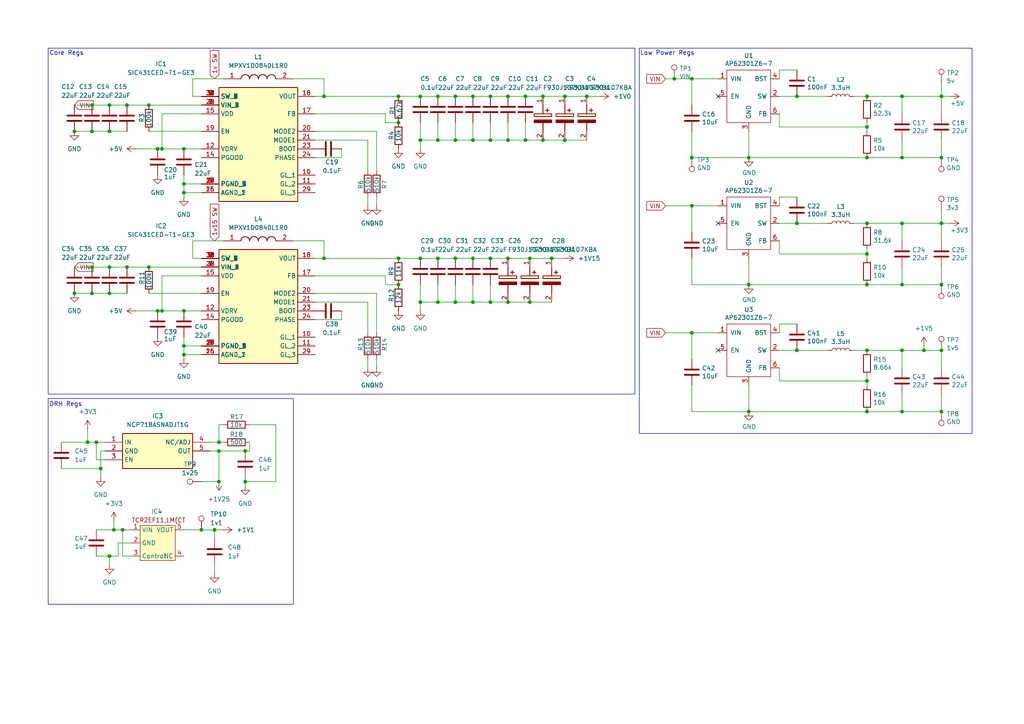
<source format=kicad_sch>
(kicad_sch (version 20250114) (generator "eeschema") (generator_version "9.0")
  (paper "A4")
  (rectangle (start 13.97 115.57) (end 85.09 175.26))
  (rectangle (start 13.97 13.97) (end 184.15 114.3))
  (rectangle (start 185.42 13.97) (end 281.94 125.73))
  (text "Core Regs" (at 19.304 15.494 0) (effects (font (size 1.27 1.27))))
  (text "Low Power Regs" (at 193.548 15.494 0) (effects (font (size 1.27 1.27))))
  (text "DRH Regs" (at 19.05 117.348 0) (effects (font (size 1.27 1.27))))
  (junction (at 200.66 59.69))
  (junction (at 251.46 73.66))
  (junction (at 29.21 135.89))
  (junction (at 121.92 74.93))
  (junction (at 33.02 153.67))
  (junction (at 35.56 153.67))
  (junction (at 142.24 27.94))
  (junction (at 46.99 90.17))
  (junction (at 163.83 40.64))
  (junction (at 127 74.93))
  (junction (at 71.12 139.7))
  (junction (at 251.46 82.55))
  (junction (at 115.57 27.94))
  (junction (at 261.62 27.94))
  (junction (at 43.18 77.47))
  (junction (at 31.75 30.48))
  (junction (at 26.67 38.1))
  (junction (at 36.83 77.47))
  (junction (at 231.14 64.77))
  (junction (at 63.5 130.81))
  (junction (at 273.05 101.6))
  (junction (at 53.34 43.18))
  (junction (at 157.48 27.94))
  (junction (at 142.24 87.63))
  (junction (at 21.59 38.1))
  (junction (at 147.32 40.64))
  (junction (at 53.34 90.17))
  (junction (at 200.66 22.86))
  (junction (at 261.62 101.6))
  (junction (at 195.58 22.86))
  (junction (at 251.46 36.83))
  (junction (at 231.14 101.6))
  (junction (at 21.59 85.09))
  (junction (at 142.24 40.64))
  (junction (at 152.4 40.64))
  (junction (at 115.57 74.93))
  (junction (at 121.92 40.64))
  (junction (at 251.46 101.6))
  (junction (at 127 27.94))
  (junction (at 127 87.63))
  (junction (at 27.94 128.27))
  (junction (at 160.02 74.93))
  (junction (at 53.34 55.88))
  (junction (at 53.34 102.87))
  (junction (at 273.05 64.77))
  (junction (at 153.67 74.93))
  (junction (at 25.4 128.27))
  (junction (at 261.62 64.77))
  (junction (at 170.18 27.94))
  (junction (at 273.05 119.38))
  (junction (at 31.75 38.1))
  (junction (at 127 40.64))
  (junction (at 147.32 87.63))
  (junction (at 251.46 45.72))
  (junction (at 132.08 74.93))
  (junction (at 137.16 27.94))
  (junction (at 261.62 119.38))
  (junction (at 152.4 27.94))
  (junction (at 261.62 82.55))
  (junction (at 93.98 74.93))
  (junction (at 46.99 43.18))
  (junction (at 231.14 27.94))
  (junction (at 62.23 153.67))
  (junction (at 273.05 82.55))
  (junction (at 273.05 27.94))
  (junction (at 147.32 74.93))
  (junction (at 26.67 30.48))
  (junction (at 273.05 45.72))
  (junction (at 115.57 82.55))
  (junction (at 63.5 139.7))
  (junction (at 121.92 87.63))
  (junction (at 36.83 30.48))
  (junction (at 251.46 64.77))
  (junction (at 43.18 30.48))
  (junction (at 137.16 87.63))
  (junction (at 45.72 43.18))
  (junction (at 163.83 27.94))
  (junction (at 137.16 74.93))
  (junction (at 45.72 90.17))
  (junction (at 132.08 27.94))
  (junction (at 63.5 128.27))
  (junction (at 251.46 27.94))
  (junction (at 26.67 85.09))
  (junction (at 157.48 40.64))
  (junction (at 132.08 40.64))
  (junction (at 115.57 35.56))
  (junction (at 217.17 45.72))
  (junction (at 261.62 45.72))
  (junction (at 53.34 53.34))
  (junction (at 132.08 87.63))
  (junction (at 26.67 77.47))
  (junction (at 200.66 45.72))
  (junction (at 137.16 40.64))
  (junction (at 31.75 85.09))
  (junction (at 251.46 119.38))
  (junction (at 251.46 110.49))
  (junction (at 31.75 77.47))
  (junction (at 142.24 74.93))
  (junction (at 147.32 27.94))
  (junction (at 267.97 101.6))
  (junction (at 53.34 100.33))
  (junction (at 121.92 27.94))
  (junction (at 58.42 153.67))
  (junction (at 71.12 130.81))
  (junction (at 200.66 96.52))
  (junction (at 31.75 161.29))
  (junction (at 153.67 87.63))
  (junction (at 217.17 119.38))
  (junction (at 217.17 82.55))
  (junction (at 93.98 27.94))
  (no_connect (at 208.28 64.77))
  (no_connect (at 208.28 101.6))
  (no_connect (at 208.28 27.94))
  (wire (pts (xy 200.66 59.69) (xy 200.66 67.31)))
  (wire (pts (xy 193.04 59.69) (xy 200.66 59.69)))
  (wire (pts (xy 58.42 55.88) (xy 53.34 55.88)))
  (wire (pts (xy 62.23 153.67) (xy 64.77 153.67)))
  (wire (pts (xy 261.62 64.77) (xy 273.05 64.77)))
  (wire (pts (xy 137.16 82.55) (xy 137.16 87.63)))
  (wire (pts (xy 21.59 85.09) (xy 26.67 85.09)))
  (wire (pts (xy 142.24 82.55) (xy 142.24 87.63)))
  (wire (pts (xy 31.75 161.29) (xy 34.29 161.29)))
  (wire (pts (xy 147.32 27.94) (xy 152.4 27.94)))
  (wire (pts (xy 27.94 153.67) (xy 33.02 153.67)))
  (wire (pts (xy 247.65 64.77) (xy 251.46 64.77)))
  (wire (pts (xy 273.05 24.13) (xy 273.05 27.94)))
  (wire (pts (xy 132.08 74.93) (xy 137.16 74.93)))
  (wire (pts (xy 31.75 38.1) (xy 36.83 38.1)))
  (wire (pts (xy 142.24 40.64) (xy 147.32 40.64)))
  (wire (pts (xy 91.44 80.01) (xy 111.76 80.01)))
  (wire (pts (xy 231.14 20.32) (xy 226.06 20.32)))
  (wire (pts (xy 251.46 36.83) (xy 251.46 38.1)))
  (wire (pts (xy 152.4 35.56) (xy 152.4 40.64)))
  (wire (pts (xy 109.22 85.09) (xy 109.22 96.52)))
  (wire (pts (xy 251.46 119.38) (xy 217.17 119.38)))
  (wire (pts (xy 63.5 130.81) (xy 63.5 139.7)))
  (wire (pts (xy 93.98 74.93) (xy 115.57 74.93)))
  (wire (pts (xy 43.18 38.1) (xy 58.42 38.1)))
  (wire (pts (xy 200.66 82.55) (xy 200.66 74.93)))
  (wire (pts (xy 62.23 156.21) (xy 62.23 153.67)))
  (wire (pts (xy 91.44 87.63) (xy 106.68 87.63)))
  (wire (pts (xy 121.92 90.17) (xy 121.92 87.63)))
  (wire (pts (xy 46.99 90.17) (xy 53.34 90.17)))
  (wire (pts (xy 121.92 74.93) (xy 127 74.93)))
  (wire (pts (xy 29.21 135.89) (xy 17.78 135.89)))
  (wire (pts (xy 251.46 35.56) (xy 251.46 36.83)))
  (wire (pts (xy 106.68 57.15) (xy 106.68 59.69)))
  (wire (pts (xy 72.39 128.27) (xy 72.39 130.81)))
  (wire (pts (xy 63.5 128.27) (xy 64.77 128.27)))
  (wire (pts (xy 72.39 123.19) (xy 80.01 123.19)))
  (wire (pts (xy 273.05 82.55) (xy 273.05 77.47)))
  (wire (pts (xy 142.24 35.56) (xy 142.24 40.64)))
  (wire (pts (xy 251.46 82.55) (xy 217.17 82.55)))
  (wire (pts (xy 71.12 130.81) (xy 72.39 130.81)))
  (wire (pts (xy 30.48 130.81) (xy 29.21 130.81)))
  (wire (pts (xy 160.02 74.93) (xy 163.83 74.93)))
  (wire (pts (xy 261.62 119.38) (xy 273.05 119.38)))
  (wire (pts (xy 226.06 20.32) (xy 226.06 22.86)))
  (wire (pts (xy 261.62 106.68) (xy 261.62 101.6)))
  (wire (pts (xy 80.01 139.7) (xy 71.12 139.7)))
  (wire (pts (xy 63.5 130.81) (xy 71.12 130.81)))
  (wire (pts (xy 53.34 100.33) (xy 58.42 100.33)))
  (wire (pts (xy 34.29 157.48) (xy 38.1 157.48)))
  (wire (pts (xy 111.76 80.01) (xy 111.76 82.55)))
  (wire (pts (xy 261.62 40.64) (xy 261.62 45.72)))
  (wire (pts (xy 93.98 22.86) (xy 93.98 27.94)))
  (wire (pts (xy 226.06 73.66) (xy 226.06 69.85)))
  (wire (pts (xy 247.65 27.94) (xy 251.46 27.94)))
  (wire (pts (xy 55.88 74.93) (xy 55.88 69.85)))
  (wire (pts (xy 53.34 102.87) (xy 53.34 100.33)))
  (wire (pts (xy 153.67 74.93) (xy 147.32 74.93)))
  (wire (pts (xy 53.34 102.87) (xy 53.34 104.14)))
  (wire (pts (xy 109.22 38.1) (xy 109.22 49.53)))
  (wire (pts (xy 109.22 104.14) (xy 109.22 106.68)))
  (wire (pts (xy 29.21 130.81) (xy 29.21 135.89)))
  (wire (pts (xy 132.08 27.94) (xy 137.16 27.94)))
  (wire (pts (xy 121.92 82.55) (xy 121.92 87.63)))
  (wire (pts (xy 153.67 87.63) (xy 160.02 87.63)))
  (wire (pts (xy 21.59 77.47) (xy 26.67 77.47)))
  (wire (pts (xy 226.06 36.83) (xy 226.06 33.02)))
  (wire (pts (xy 36.83 30.48) (xy 43.18 30.48)))
  (wire (pts (xy 170.18 27.94) (xy 173.99 27.94)))
  (wire (pts (xy 251.46 110.49) (xy 226.06 110.49)))
  (wire (pts (xy 121.92 40.64) (xy 127 40.64)))
  (wire (pts (xy 55.88 27.94) (xy 55.88 22.86)))
  (wire (pts (xy 80.01 123.19) (xy 80.01 139.7)))
  (wire (pts (xy 33.02 151.13) (xy 33.02 153.67)))
  (wire (pts (xy 53.34 43.18) (xy 58.42 43.18)))
  (wire (pts (xy 85.09 69.85) (xy 93.98 69.85)))
  (wire (pts (xy 111.76 33.02) (xy 111.76 35.56)))
  (wire (pts (xy 261.62 101.6) (xy 267.97 101.6)))
  (wire (pts (xy 30.48 133.35) (xy 27.94 133.35)))
  (wire (pts (xy 33.02 153.67) (xy 35.56 153.67)))
  (wire (pts (xy 251.46 36.83) (xy 226.06 36.83)))
  (wire (pts (xy 46.99 80.01) (xy 46.99 90.17)))
  (wire (pts (xy 251.46 27.94) (xy 261.62 27.94)))
  (wire (pts (xy 273.05 64.77) (xy 275.59 64.77)))
  (wire (pts (xy 200.66 96.52) (xy 200.66 104.14)))
  (wire (pts (xy 53.34 53.34) (xy 58.42 53.34)))
  (wire (pts (xy 91.44 85.09) (xy 109.22 85.09)))
  (wire (pts (xy 231.14 101.6) (xy 240.03 101.6)))
  (wire (pts (xy 142.24 87.63) (xy 147.32 87.63)))
  (wire (pts (xy 226.06 27.94) (xy 231.14 27.94)))
  (wire (pts (xy 231.14 93.98) (xy 226.06 93.98)))
  (wire (pts (xy 93.98 69.85) (xy 93.98 74.93)))
  (wire (pts (xy 29.21 135.89) (xy 29.21 138.43)))
  (wire (pts (xy 45.72 90.17) (xy 46.99 90.17)))
  (wire (pts (xy 27.94 161.29) (xy 31.75 161.29)))
  (wire (pts (xy 251.46 109.22) (xy 251.46 110.49)))
  (wire (pts (xy 137.16 27.94) (xy 142.24 27.94)))
  (wire (pts (xy 267.97 101.6) (xy 273.05 101.6)))
  (wire (pts (xy 153.67 74.93) (xy 160.02 74.93)))
  (wire (pts (xy 231.14 64.77) (xy 240.03 64.77)))
  (wire (pts (xy 200.66 22.86) (xy 200.66 30.48)))
  (wire (pts (xy 121.92 27.94) (xy 127 27.94)))
  (wire (pts (xy 261.62 33.02) (xy 261.62 27.94)))
  (wire (pts (xy 273.05 101.6) (xy 273.05 106.68)))
  (wire (pts (xy 91.44 40.64) (xy 106.68 40.64)))
  (wire (pts (xy 43.18 77.47) (xy 58.42 77.47)))
  (wire (pts (xy 251.46 82.55) (xy 261.62 82.55)))
  (wire (pts (xy 127 27.94) (xy 132.08 27.94)))
  (wire (pts (xy 55.88 69.85) (xy 64.77 69.85)))
  (wire (pts (xy 106.68 87.63) (xy 106.68 96.52)))
  (wire (pts (xy 26.67 38.1) (xy 31.75 38.1)))
  (wire (pts (xy 60.96 130.81) (xy 63.5 130.81)))
  (wire (pts (xy 53.34 97.79) (xy 53.34 100.33)))
  (wire (pts (xy 193.04 96.52) (xy 200.66 96.52)))
  (wire (pts (xy 261.62 27.94) (xy 273.05 27.94)))
  (wire (pts (xy 121.92 43.18) (xy 121.92 40.64)))
  (wire (pts (xy 137.16 40.64) (xy 142.24 40.64)))
  (wire (pts (xy 17.78 128.27) (xy 25.4 128.27)))
  (wire (pts (xy 27.94 133.35) (xy 27.94 128.27)))
  (wire (pts (xy 26.67 30.48) (xy 31.75 30.48)))
  (wire (pts (xy 142.24 27.94) (xy 147.32 27.94)))
  (wire (pts (xy 121.92 35.56) (xy 121.92 40.64)))
  (wire (pts (xy 217.17 119.38) (xy 217.17 111.76)))
  (wire (pts (xy 58.42 153.67) (xy 62.23 153.67)))
  (wire (pts (xy 163.83 40.64) (xy 170.18 40.64)))
  (wire (pts (xy 251.46 45.72) (xy 217.17 45.72)))
  (wire (pts (xy 62.23 163.83) (xy 62.23 166.37)))
  (wire (pts (xy 93.98 27.94) (xy 91.44 27.94)))
  (wire (pts (xy 200.66 119.38) (xy 217.17 119.38)))
  (wire (pts (xy 36.83 77.47) (xy 43.18 77.47)))
  (wire (pts (xy 39.37 90.17) (xy 45.72 90.17)))
  (wire (pts (xy 208.28 59.69) (xy 200.66 59.69)))
  (wire (pts (xy 147.32 35.56) (xy 147.32 40.64)))
  (wire (pts (xy 273.05 27.94) (xy 275.59 27.94)))
  (wire (pts (xy 99.06 45.72) (xy 99.06 43.18)))
  (wire (pts (xy 53.34 90.17) (xy 58.42 90.17)))
  (wire (pts (xy 21.59 38.1) (xy 26.67 38.1)))
  (wire (pts (xy 193.04 22.86) (xy 195.58 22.86)))
  (wire (pts (xy 251.46 110.49) (xy 251.46 111.76)))
  (wire (pts (xy 43.18 30.48) (xy 58.42 30.48)))
  (wire (pts (xy 26.67 85.09) (xy 31.75 85.09)))
  (wire (pts (xy 38.1 161.29) (xy 35.56 161.29)))
  (wire (pts (xy 91.44 33.02) (xy 111.76 33.02)))
  (wire (pts (xy 273.05 27.94) (xy 273.05 33.02)))
  (wire (pts (xy 46.99 33.02) (xy 46.99 43.18)))
  (wire (pts (xy 200.66 22.86) (xy 208.28 22.86)))
  (wire (pts (xy 200.66 45.72) (xy 217.17 45.72)))
  (wire (pts (xy 251.46 119.38) (xy 261.62 119.38)))
  (wire (pts (xy 251.46 101.6) (xy 261.62 101.6)))
  (wire (pts (xy 152.4 27.94) (xy 157.48 27.94)))
  (wire (pts (xy 39.37 43.18) (xy 45.72 43.18)))
  (wire (pts (xy 137.16 87.63) (xy 142.24 87.63)))
  (wire (pts (xy 91.44 92.71) (xy 99.06 92.71)))
  (wire (pts (xy 127 82.55) (xy 127 87.63)))
  (wire (pts (xy 127 87.63) (xy 132.08 87.63)))
  (wire (pts (xy 71.12 138.43) (xy 71.12 139.7)))
  (wire (pts (xy 109.22 57.15) (xy 109.22 59.69)))
  (wire (pts (xy 46.99 43.18) (xy 53.34 43.18)))
  (wire (pts (xy 106.68 40.64) (xy 106.68 49.53)))
  (wire (pts (xy 267.97 100.33) (xy 267.97 101.6)))
  (wire (pts (xy 91.44 38.1) (xy 109.22 38.1)))
  (wire (pts (xy 251.46 73.66) (xy 251.46 74.93)))
  (wire (pts (xy 226.06 101.6) (xy 231.14 101.6)))
  (wire (pts (xy 261.62 114.3) (xy 261.62 119.38)))
  (wire (pts (xy 132.08 87.63) (xy 137.16 87.63)))
  (wire (pts (xy 53.34 153.67) (xy 58.42 153.67)))
  (wire (pts (xy 231.14 27.94) (xy 240.03 27.94)))
  (wire (pts (xy 53.34 50.8) (xy 53.34 53.34)))
  (wire (pts (xy 147.32 40.64) (xy 152.4 40.64)))
  (wire (pts (xy 71.12 139.7) (xy 71.12 140.97)))
  (wire (pts (xy 226.06 64.77) (xy 231.14 64.77)))
  (wire (pts (xy 251.46 45.72) (xy 261.62 45.72)))
  (wire (pts (xy 132.08 82.55) (xy 132.08 87.63)))
  (wire (pts (xy 208.28 96.52) (xy 200.66 96.52)))
  (wire (pts (xy 247.65 101.6) (xy 251.46 101.6)))
  (wire (pts (xy 200.66 82.55) (xy 217.17 82.55)))
  (wire (pts (xy 137.16 35.56) (xy 137.16 40.64)))
  (wire (pts (xy 43.18 85.09) (xy 58.42 85.09)))
  (wire (pts (xy 115.57 74.93) (xy 121.92 74.93)))
  (wire (pts (xy 200.66 45.72) (xy 200.66 38.1)))
  (wire (pts (xy 261.62 77.47) (xy 261.62 82.55)))
  (wire (pts (xy 91.44 45.72) (xy 99.06 45.72)))
  (wire (pts (xy 127 40.64) (xy 132.08 40.64)))
  (wire (pts (xy 217.17 82.55) (xy 217.17 74.93)))
  (wire (pts (xy 163.83 27.94) (xy 170.18 27.94)))
  (wire (pts (xy 63.5 123.19) (xy 64.77 123.19)))
  (wire (pts (xy 226.06 110.49) (xy 226.06 106.68)))
  (wire (pts (xy 142.24 74.93) (xy 147.32 74.93)))
  (wire (pts (xy 25.4 128.27) (xy 27.94 128.27)))
  (wire (pts (xy 63.5 128.27) (xy 60.96 128.27)))
  (wire (pts (xy 45.72 43.18) (xy 46.99 43.18)))
  (wire (pts (xy 137.16 74.93) (xy 142.24 74.93)))
  (wire (pts (xy 53.34 55.88) (xy 53.34 57.15)))
  (wire (pts (xy 55.88 27.94) (xy 58.42 27.94)))
  (wire (pts (xy 106.68 104.14) (xy 106.68 106.68)))
  (wire (pts (xy 93.98 74.93) (xy 91.44 74.93)))
  (wire (pts (xy 273.05 64.77) (xy 273.05 69.85)))
  (wire (pts (xy 31.75 77.47) (xy 36.83 77.47)))
  (wire (pts (xy 111.76 35.56) (xy 115.57 35.56)))
  (wire (pts (xy 157.48 27.94) (xy 163.83 27.94)))
  (wire (pts (xy 251.46 72.39) (xy 251.46 73.66)))
  (wire (pts (xy 115.57 27.94) (xy 121.92 27.94)))
  (wire (pts (xy 34.29 161.29) (xy 34.29 157.48)))
  (wire (pts (xy 226.06 57.15) (xy 226.06 59.69)))
  (wire (pts (xy 85.09 22.86) (xy 93.98 22.86)))
  (wire (pts (xy 25.4 124.46) (xy 25.4 128.27)))
  (wire (pts (xy 261.62 45.72) (xy 273.05 45.72)))
  (wire (pts (xy 55.88 22.86) (xy 64.77 22.86)))
  (wire (pts (xy 226.06 93.98) (xy 226.06 96.52)))
  (wire (pts (xy 127 74.93) (xy 132.08 74.93)))
  (wire (pts (xy 58.42 33.02) (xy 46.99 33.02)))
  (wire (pts (xy 26.67 77.47) (xy 31.75 77.47)))
  (wire (pts (xy 93.98 27.94) (xy 115.57 27.94)))
  (wire (pts (xy 35.56 153.67) (xy 38.1 153.67)))
  (wire (pts (xy 27.94 128.27) (xy 30.48 128.27)))
  (wire (pts (xy 261.62 82.55) (xy 273.05 82.55)))
  (wire (pts (xy 261.62 69.85) (xy 261.62 64.77)))
  (wire (pts (xy 58.42 139.7) (xy 63.5 139.7)))
  (wire (pts (xy 31.75 30.48) (xy 36.83 30.48)))
  (wire (pts (xy 273.05 119.38) (xy 273.05 114.3)))
  (wire (pts (xy 31.75 85.09) (xy 36.83 85.09)))
  (wire (pts (xy 152.4 40.64) (xy 157.48 40.64)))
  (wire (pts (xy 63.5 123.19) (xy 63.5 128.27)))
  (wire (pts (xy 31.75 163.83) (xy 31.75 161.29)))
  (wire (pts (xy 231.14 57.15) (xy 226.06 57.15)))
  (wire (pts (xy 55.88 74.93) (xy 58.42 74.93)))
  (wire (pts (xy 251.46 64.77) (xy 261.62 64.77)))
  (wire (pts (xy 195.58 22.86) (xy 200.66 22.86)))
  (wire (pts (xy 273.05 60.96) (xy 273.05 64.77)))
  (wire (pts (xy 53.34 55.88) (xy 53.34 53.34)))
  (wire (pts (xy 35.56 161.29) (xy 35.56 153.67)))
  (wire (pts (xy 200.66 119.38) (xy 200.66 111.76)))
  (wire (pts (xy 217.17 45.72) (xy 217.17 38.1)))
  (wire (pts (xy 58.42 80.01) (xy 46.99 80.01)))
  (wire (pts (xy 111.76 82.55) (xy 115.57 82.55)))
  (wire (pts (xy 127 35.56) (xy 127 40.64)))
  (wire (pts (xy 273.05 45.72) (xy 273.05 40.64)))
  (wire (pts (xy 58.42 102.87) (xy 53.34 102.87)))
  (wire (pts (xy 132.08 40.64) (xy 137.16 40.64)))
  (wire (pts (xy 121.92 87.63) (xy 127 87.63)))
  (wire (pts (xy 251.46 73.66) (xy 226.06 73.66)))
  (wire (pts (xy 147.32 87.63) (xy 153.67 87.63)))
  (wire (pts (xy 99.06 92.71) (xy 99.06 90.17)))
  (wire (pts (xy 21.59 30.48) (xy 26.67 30.48)))
  (wire (pts (xy 132.08 35.56) (xy 132.08 40.64)))
  (wire (pts (xy 157.48 40.64) (xy 163.83 40.64)))
  (global_label "VIN" (shape input) (at 21.59 30.48 0) (property "Intersheetrefs" "${INTERSHEET_REFS}" (effects (hide yes))))
  (global_label "VIN" (shape input) (at 193.04 96.52 180) (property "Intersheetrefs" "${INTERSHEET_REFS}" (effects (hide yes))))
  (global_label "1v SW" (shape input) (at 62.23 22.86 90) (property "Intersheetrefs" "${INTERSHEET_REFS}" (effects (hide yes))))
  (global_label "VIN" (shape input) (at 21.59 77.47 0) (property "Intersheetrefs" "${INTERSHEET_REFS}" (effects (hide yes))))
  (global_label "VIN" (shape input) (at 193.04 59.69 180) (property "Intersheetrefs" "${INTERSHEET_REFS}" (effects (hide yes))))
  (global_label "1v15 SW" (shape input) (at 62.23 69.85 90) (property "Intersheetrefs" "${INTERSHEET_REFS}" (effects (hide yes))))
  (global_label "VIN" (shape input) (at 193.04 22.86 180) (property "Intersheetrefs" "${INTERSHEET_REFS}" (effects (hide yes))))
  (symbol (lib_id "PSU:AP62301Z6-7") (at 217.17 27.94 0) (unit 1)
    (property "Reference" "U1" (at 217.17 16.129 0))
    (property "Value" "AP62301Z6-7" (at 217.17 18.4404 0))
    (property "Footprint" "wiiu-reg:AP62301Z6-7" (effects (hide yes)))
  )
  (symbol (lib_id "PSU:AP62301Z6-7") (at 217.17 64.77 0) (unit 1)
    (property "Reference" "U2" (at 217.17 52.959 0))
    (property "Value" "AP62301Z6-7" (at 217.17 55.2704 0))
    (property "Footprint" "wiiu-reg:AP62301Z6-7" (effects (hide yes)))
  )
  (symbol (lib_id "Device:L") (at 243.84 64.77 90) (unit 1)
    (property "Reference" "L3" (at 243.84 59.944 90))
    (property "Value" "3.3uH" (at 243.84 62.2554 90))
    (property "Footprint" "wiiu-reg:INDM4847X300N" (effects (hide yes)))
  )
  (symbol (lib_id "PSU:AP62301Z6-7") (at 217.17 101.6 0) (unit 1)
    (property "Reference" "U3" (at 217.17 89.789 0))
    (property "Value" "AP62301Z6-7" (at 217.17 92.1004 0))
    (property "Footprint" "wiiu-reg:AP62301Z6-7" (effects (hide yes)))
  )
  (symbol (lib_id "Device:L") (at 243.84 101.6 90) (unit 1)
    (property "Reference" "L5" (at 243.84 96.774 90))
    (property "Value" "3.3uH" (at 243.84 99.0854 90))
    (property "Footprint" "wiiu-reg:INDM4847X300N" (effects (hide yes)))
  )
  (symbol (lib_id "Connector:TestPoint") (at 195.58 22.86 0) (unit 1)
    (property "Reference" "TP1" (at 197.0532 19.8628 0) (effects (justify left)))
    (property "Value" "VIN" (at 197.0532 22.1742 0) (effects (justify left)))
    (property "Footprint" "TestPoint:TestPoint_Pad_2.0x2.0mm" (effects (hide yes)))
  )
  (symbol (lib_id "Connector:TestPoint") (at 273.05 24.13 0) (unit 1)
    (property "Reference" "TP2" (at 274.5232 21.1328 0) (effects (justify left)))
    (property "Value" "5v" (at 274.5232 23.4442 0) (effects (justify left)))
    (property "Footprint" "TestPoint:TestPoint_Pad_2.0x2.0mm" (effects (hide yes)))
  )
  (symbol (lib_id "Connector:TestPoint") (at 273.05 45.72 180) (unit 1)
    (property "Reference" "TP4" (at 274.5232 46.3804 0) (effects (justify right)))
    (property "Value" "GND" (at 274.5232 48.6918 0) (effects (justify right)))
    (property "Footprint" "TestPoint:TestPoint_Pad_2.0x2.0mm" (effects (hide yes)))
  )
  (symbol (lib_id "Connector:TestPoint") (at 273.05 60.96 0) (unit 1)
    (property "Reference" "TP5" (at 274.5232 57.9628 0) (effects (justify left)))
    (property "Value" "3v3" (at 274.5232 60.2742 0) (effects (justify left)))
    (property "Footprint" "TestPoint:TestPoint_Pad_2.0x2.0mm" (effects (hide yes)))
  )
  (symbol (lib_id "Connector:TestPoint") (at 273.05 82.55 180) (unit 1)
    (property "Reference" "TP6" (at 274.5232 83.2104 0) (effects (justify right)))
    (property "Value" "GND" (at 274.5232 85.5218 0) (effects (justify right)))
    (property "Footprint" "TestPoint:TestPoint_Pad_2.0x2.0mm" (effects (hide yes)))
  )
  (symbol (lib_id "Connector:TestPoint") (at 273.05 101.6 0) (unit 1)
    (property "Reference" "TP7" (at 274.5232 98.6028 0) (effects (justify left)))
    (property "Value" "1v5" (at 274.5232 100.9142 0) (effects (justify left)))
    (property "Footprint" "TestPoint:TestPoint_Pad_2.0x2.0mm" (effects (hide yes)))
  )
  (symbol (lib_id "Connector:TestPoint") (at 273.05 119.38 180) (unit 1)
    (property "Reference" "TP8" (at 274.5232 120.0404 0) (effects (justify right)))
    (property "Value" "GND" (at 274.5232 122.3518 0) (effects (justify right)))
    (property "Footprint" "TestPoint:TestPoint_Pad_2.0x2.0mm" (effects (hide yes)))
  )
  (symbol (lib_id "Connector:TestPoint") (at 200.66 45.72 180) (unit 1)
    (property "Reference" "TP3" (at 202.1332 46.3804 0) (effects (justify right)))
    (property "Value" "GND" (at 202.1332 48.6918 0) (effects (justify right)))
    (property "Footprint" "TestPoint:TestPoint_Pad_2.0x2.0mm" (effects (hide yes)))
  )
  (symbol (lib_id "Device:C") (at 231.14 24.13 0) (unit 1)
    (property "Reference" "C1" (at 234.061 22.9616 0) (effects (justify left)))
    (property "Value" "100nF" (at 234.061 25.273 0) (effects (justify left)))
    (property "Footprint" "Capacitor_SMD:C_0402_1005Metric" (effects (hide yes)))
  )
  (symbol (lib_id "Device:C") (at 31.75 34.29 0) (unit 1)
    (property "Reference" "C14" (at 27.94 25.146 0) (effects (justify left)))
    (property "Value" "22uF" (at 27.94 27.686 0) (effects (justify left)))
    (property "Footprint" "Capacitor_SMD:C_0603_1608Metric" (effects (hide yes)))
    (property "Description" "Unpolarized capacitor" (effects (hide yes)))
  )
  (symbol (lib_id "power:+5V") (at 275.59 27.94 270) (unit 1)
    (property "Reference" "#PWR01" (effects (hide yes)))
    (property "Value" "+5V" (at 275.59 29.972 90) (effects (justify left)))
    (property "Description" "Power symbol creates a global label with name \"+5V\"" (effects (hide yes)))
  )
  (symbol (lib_id "power:+1V0") (at 173.99 27.94 270) (unit 1)
    (property "Reference" "#PWR029" (effects (hide yes)))
    (property "Value" "+1V0" (at 177.8 27.9399 90) (effects (justify left)))
    (property "Description" "Power symbol creates a global label with name \"+1V0\"" (effects (hide yes)))
  )
  (symbol (lib_id "Device:C") (at 261.62 73.66 0) (unit 1)
    (property "Reference" "C24" (at 264.541 72.4916 0) (effects (justify left)))
    (property "Value" "22uF" (at 264.541 74.803 0) (effects (justify left)))
    (property "Footprint" "Capacitor_SMD:C_0603_1608Metric" (effects (hide yes)))
  )
  (symbol (lib_id "Device:C") (at 132.08 78.74 0) (unit 1)
    (property "Reference" "C31" (at 132.08 69.85 0) (effects (justify left)))
    (property "Value" "22uF" (at 132.08 72.39 0) (effects (justify left)))
    (property "Footprint" "Capacitor_SMD:C_0603_1608Metric" (effects (hide yes)))
    (property "Description" "Unpolarized capacitor" (effects (hide yes)))
  )
  (symbol (lib_id "Device:R") (at 68.58 128.27 90) (unit 1)
    (property "Reference" "R18" (at 68.58 125.984 90))
    (property "Value" "500" (at 68.58 128.27 90))
    (property "Footprint" "Resistor_SMD:R_0402_1005Metric" (effects (hide yes)))
    (property "Description" "Resistor" (effects (hide yes)))
  )
  (symbol (lib_id "Device:C") (at 200.66 107.95 180) (unit 1)
    (property "Reference" "C42" (at 203.581 106.7816 0) (effects (justify right)))
    (property "Value" "10uF" (at 203.581 109.093 0) (effects (justify right)))
    (property "Footprint" "Capacitor_SMD:C_0805_2012Metric" (effects (hide yes)))
  )
  (symbol (lib_id "Device:C") (at 200.66 71.12 180) (unit 1)
    (property "Reference" "C23" (at 203.581 69.9516 0) (effects (justify right)))
    (property "Value" "10uF" (at 203.581 72.263 0) (effects (justify right)))
    (property "Footprint" "Capacitor_SMD:C_0805_2012Metric" (effects (hide yes)))
  )
  (symbol (lib_id "Device:C") (at 231.14 60.96 0) (unit 1)
    (property "Reference" "C22" (at 234.061 59.7916 0) (effects (justify left)))
    (property "Value" "100nF" (at 234.061 62.103 0) (effects (justify left)))
    (property "Footprint" "Capacitor_SMD:C_0402_1005Metric" (effects (hide yes)))
  )
  (symbol (lib_id "Device:C") (at 95.25 90.17 90) (unit 1)
    (property "Reference" "C38" (at 96.266 93.98 90))
    (property "Value" "0.1uF" (at 96.266 96.52 90))
    (property "Footprint" "Capacitor_SMD:C_0402_1005Metric" (effects (hide yes)))
    (property "Description" "Unpolarized capacitor" (effects (hide yes)))
  )
  (symbol (lib_id "power:+3V3") (at 275.59 64.77 270) (unit 1)
    (property "Reference" "#PWR011" (effects (hide yes)))
    (property "Value" "+3V3" (at 275.59 66.802 90) (effects (justify left)))
    (property "Description" "Power symbol creates a global label with name \"+3V3\"" (effects (hide yes)))
  )
  (symbol (lib_id "power:GND") (at 109.22 59.69 0) (unit 1)
    (property "Reference" "#PWR010" (effects (hide yes)))
    (property "Value" "GND" (at 109.22 64.77 0))
    (property "Description" "Power symbol creates a global label with name \"GND\" , ground" (effects (hide yes)))
  )
  (symbol (lib_id "power:GND") (at 53.34 104.14 0) (unit 1)
    (property "Reference" "#PWR018" (effects (hide yes)))
    (property "Value" "GND" (at 53.34 109.22 0))
    (property "Description" "Power symbol creates a global label with name \"GND\" , ground" (effects (hide yes)))
  )
  (symbol (lib_id "Device:C") (at 273.05 36.83 0) (unit 1)
    (property "Reference" "C18" (at 275.971 35.6616 0) (effects (justify left)))
    (property "Value" "22uF" (at 275.971 37.973 0) (effects (justify left)))
    (property "Footprint" "Capacitor_SMD:C_0603_1608Metric" (effects (hide yes)))
  )
  (symbol (lib_id "power:GND") (at 45.72 50.8 0) (unit 1)
    (property "Reference" "#PWR07" (effects (hide yes)))
    (property "Value" "GND" (at 45.72 55.88 0))
    (property "Description" "Power symbol creates a global label with name \"GND\" , ground" (effects (hide yes)))
  )
  (symbol (lib_id "Device:C") (at 95.25 43.18 90) (unit 1)
    (property "Reference" "C19" (at 96.266 46.99 90))
    (property "Value" "0.1uF" (at 96.266 49.53 90))
    (property "Footprint" "Capacitor_SMD:C_0402_1005Metric" (effects (hide yes)))
    (property "Description" "Unpolarized capacitor" (effects (hide yes)))
  )
  (symbol (lib_id "power:+1V5") (at 267.97 100.33 0) (unit 1)
    (property "Reference" "#PWR028" (effects (hide yes)))
    (property "Value" "+1V5" (at 267.97 95.25 0))
    (property "Description" "Power symbol creates a global label with name \"+1V5\"" (effects (hide yes)))
  )
  (symbol (lib_id "Device:C") (at 62.23 160.02 0) (unit 1)
    (property "Reference" "C48" (at 66.04 158.7499 0) (effects (justify left)))
    (property "Value" "1uF" (at 66.04 161.2899 0) (effects (justify left)))
    (property "Footprint" "Capacitor_SMD:C_0402_1005Metric" (effects (hide yes)))
    (property "Description" "Unpolarized capacitor" (effects (hide yes)))
  )
  (symbol (lib_id "Device:C") (at 200.66 34.29 180) (unit 1)
    (property "Reference" "C16" (at 203.581 33.1216 0) (effects (justify right)))
    (property "Value" "10uF" (at 203.581 35.433 0) (effects (justify right)))
    (property "Footprint" "Capacitor_SMD:C_0805_2012Metric" (effects (hide yes)))
  )
  (symbol (lib_name "SIC431CED-T1-GE3_1") (lib_id "wiiu-reg:SIC431CED-T1-GE3") (at 58.42 74.93 0) (unit 1)
    (property "Reference" "IC2" (at 46.736 65.532 0))
    (property "Value" "SIC431CED-T1-GE3" (at 46.736 68.072 0))
    (property "Footprint" "SIC431CEDT1GE3" (effects (hide yes)))
    (property "Datasheet" "https://www.vishay.com/docs/74589/sic431.pdf" (effects (hide yes)))
    (property "Description" "Switching Voltage Regulators microBUCK 4.5-55V; 20A" (effects (hide yes)))
    (property "Height" "0.8" (effects (hide yes)))
    (property "Mouser Part Number" "78-SIC431CED-T1-GE3" (effects (hide yes)))
    (property "Mouser Price/Stock" "https://www.mouser.co.uk/ProductDetail/Vishay-Siliconix/SIC431CED-T1-GE3?qs=w%2Fv1CP2dgqqOLTwelPFnAg%3D%3D" (effects (hide yes)))
    (property "Manufacturer_Name" "Vishay" (effects (hide yes)))
    (property "Manufacturer_Part_Number" "SIC431CED-T1-GE3" (effects (hide yes)))
  )
  (symbol (lib_id "Device:L") (at 243.84 27.94 90) (unit 1)
    (property "Reference" "L2" (at 243.84 23.114 90))
    (property "Value" "3.3uH" (at 243.84 25.4254 90))
    (property "Footprint" "wiiu-reg:INDM4847X300N" (effects (hide yes)))
  )
  (symbol (lib_id "wiiu-reg:F930J107KBA") (at 147.32 74.93 270) (unit 1)
    (property "Reference" "C26" (at 147.32 69.85 90) (effects (justify left)))
    (property "Value" "F930J107KBA" (at 147.32 72.39 90) (effects (justify left)))
    (property "Footprint" "wiiu-reg:F930J107KBA" (effects (hide yes)))
    (property "Datasheet" "http://datasheets.avx.com/F93.pdf" (effects (hide yes)))
    (property "Description" "AVX 100uF 6.3 V Tantalum Capacitor Electrolytic Solid F93 Series" (effects (hide yes)))
    (property "Height" "2.1" (effects (hide yes)))
    (property "Mouser Part Number" "647-F930J107KBA" (effects (hide yes)))
    (property "Mouser Price/Stock" "https://www.mouser.co.uk/ProductDetail/AVX/F930J107KBA/?qs=a5AWWN0nKwZJCzViS%2FKXGw%3D%3D" (effects (hide yes)))
    (property "Manufacturer_Name" "Kyocera AVX" (effects (hide yes)))
    (property "Manufacturer_Part_Number" "F930J107KBA" (effects (hide yes)))
  )
  (symbol (lib_id "Device:C") (at 45.72 93.98 0) (unit 1)
    (property "Reference" "C39" (at 47.498 96.266 0) (effects (justify left)))
    (property "Value" "1uF" (at 47.498 98.298 0) (effects (justify left)))
    (property "Footprint" "Capacitor_SMD:C_0402_1005Metric" (effects (hide yes)))
    (property "Description" "Unpolarized capacitor" (effects (hide yes)))
  )
  (symbol (lib_id "Device:R") (at 115.57 39.37 0) (unit 1)
    (property "Reference" "R4" (at 113.538 40.64 90) (effects (justify left)))
    (property "Value" "10k" (at 115.57 41.148 90) (effects (justify left)))
    (property "Footprint" "Resistor_SMD:R_0402_1005Metric" (effects (hide yes)))
    (property "Description" "Resistor" (effects (hide yes)))
  )
  (symbol (lib_id "Device:C") (at 36.83 34.29 0) (unit 1)
    (property "Reference" "C15" (at 33.02 25.146 0) (effects (justify left)))
    (property "Value" "22uF" (at 33.02 27.686 0) (effects (justify left)))
    (property "Footprint" "Capacitor_SMD:C_0603_1608Metric" (effects (hide yes)))
    (property "Description" "Unpolarized capacitor" (effects (hide yes)))
  )
  (symbol (lib_id "Device:C") (at 137.16 31.75 0) (unit 1)
    (property "Reference" "C8" (at 137.16 22.86 0) (effects (justify left)))
    (property "Value" "22uF" (at 137.16 25.4 0) (effects (justify left)))
    (property "Footprint" "Capacitor_SMD:C_0603_1608Metric" (effects (hide yes)))
    (property "Description" "Unpolarized capacitor" (effects (hide yes)))
  )
  (symbol (lib_id "Device:C") (at 127 31.75 0) (unit 1)
    (property "Reference" "C6" (at 127 22.86 0) (effects (justify left)))
    (property "Value" "22uF" (at 127 25.4 0) (effects (justify left)))
    (property "Footprint" "Capacitor_SMD:C_0603_1608Metric" (effects (hide yes)))
    (property "Description" "Unpolarized capacitor" (effects (hide yes)))
  )
  (symbol (lib_id "Device:R") (at 251.46 78.74 0) (unit 1)
    (property "Reference" "R10" (at 253.238 77.5716 0) (effects (justify left)))
    (property "Value" "10k" (at 253.238 79.883 0) (effects (justify left)))
    (property "Footprint" "Resistor_SMD:R_0402_1005Metric" (effects (hide yes)))
  )
  (symbol (lib_id "Device:C") (at 121.92 31.75 0) (unit 1)
    (property "Reference" "C5" (at 121.92 22.86 0) (effects (justify left)))
    (property "Value" "0.1uF" (at 121.92 25.4 0) (effects (justify left)))
    (property "Footprint" "Capacitor_SMD:C_0402_1005Metric" (effects (hide yes)))
    (property "Description" "Unpolarized capacitor" (effects (hide yes)))
  )
  (symbol (lib_id "Device:C") (at 121.92 78.74 0) (unit 1)
    (property "Reference" "C29" (at 121.92 69.85 0) (effects (justify left)))
    (property "Value" "0.1uF" (at 121.92 72.39 0) (effects (justify left)))
    (property "Footprint" "Capacitor_SMD:C_0402_1005Metric" (effects (hide yes)))
    (property "Description" "Unpolarized capacitor" (effects (hide yes)))
  )
  (symbol (lib_id "Device:C") (at 27.94 157.48 0) (unit 1)
    (property "Reference" "C47" (at 21.59 156.21 0) (effects (justify left)))
    (property "Value" "1uF" (at 21.59 158.496 0) (effects (justify left)))
    (property "Footprint" "Capacitor_SMD:C_0402_1005Metric" (effects (hide yes)))
    (property "Description" "Unpolarized capacitor" (effects (hide yes)))
  )
  (symbol (lib_id "Device:C") (at 132.08 31.75 0) (unit 1)
    (property "Reference" "C7" (at 132.08 22.86 0) (effects (justify left)))
    (property "Value" "22uF" (at 132.08 25.4 0) (effects (justify left)))
    (property "Footprint" "Capacitor_SMD:C_0603_1608Metric" (effects (hide yes)))
    (property "Description" "Unpolarized capacitor" (effects (hide yes)))
  )
  (symbol (lib_id "Device:R") (at 109.22 53.34 0) (unit 1)
    (property "Reference" "R7" (at 111.506 54.864 90) (effects (justify left)))
    (property "Value" "510k" (at 109.22 55.88 90) (effects (justify left)))
    (property "Footprint" "Resistor_SMD:R_0402_1005Metric" (effects (hide yes)))
    (property "Description" "Resistor" (effects (hide yes)))
  )
  (symbol (lib_id "Device:R") (at 106.68 100.33 0) (unit 1)
    (property "Reference" "R13" (at 104.648 101.854 90) (effects (justify left)))
    (property "Value" "510k" (at 106.68 102.87 90) (effects (justify left)))
    (property "Footprint" "Resistor_SMD:R_0402_1005Metric" (effects (hide yes)))
    (property "Description" "Resistor" (effects (hide yes)))
  )
  (symbol (lib_id "Device:C") (at 53.34 93.98 0) (unit 1)
    (property "Reference" "C40" (at 56.388 94.742 0) (effects (justify left)))
    (property "Value" "22uF" (at 56.388 97.282 0) (effects (justify left)))
    (property "Footprint" "Capacitor_SMD:C_0402_1005Metric" (effects (hide yes)))
    (property "Description" "Unpolarized capacitor" (effects (hide yes)))
  )
  (symbol (lib_id "Device:R") (at 251.46 115.57 0) (unit 1)
    (property "Reference" "R16" (at 253.238 114.4016 0) (effects (justify left)))
    (property "Value" "10k" (at 253.238 116.713 0) (effects (justify left)))
    (property "Footprint" "Resistor_SMD:R_0402_1005Metric" (effects (hide yes)))
  )
  (symbol (lib_id "power:GND") (at 121.92 43.18 0) (unit 1)
    (property "Reference" "#PWR05" (effects (hide yes)))
    (property "Value" "GND" (at 121.92 48.26 0))
    (property "Description" "Power symbol creates a global label with name \"GND\" , ground" (effects (hide yes)))
  )
  (symbol (lib_id "Device:C") (at 261.62 36.83 0) (unit 1)
    (property "Reference" "C17" (at 264.541 35.6616 0) (effects (justify left)))
    (property "Value" "22uF" (at 264.541 37.973 0) (effects (justify left)))
    (property "Footprint" "Capacitor_SMD:C_0603_1608Metric" (effects (hide yes)))
  )
  (symbol (lib_id "Device:R") (at 251.46 31.75 0) (unit 1)
    (property "Reference" "R2" (at 253.238 30.5816 0) (effects (justify left)))
    (property "Value" "52.3k" (at 253.238 32.893 0) (effects (justify left)))
    (property "Footprint" "Resistor_SMD:R_0402_1005Metric" (effects (hide yes)))
  )
  (symbol (lib_id "power:+5V") (at 39.37 90.17 90) (unit 1)
    (property "Reference" "#PWR014" (effects (hide yes)))
    (property "Value" "+5V" (at 35.56 90.1699 90) (effects (justify left)))
    (property "Description" "Power symbol creates a global label with name \"+5V\"" (effects (hide yes)))
  )
  (symbol (lib_id "power:+5V") (at 39.37 43.18 90) (unit 1)
    (property "Reference" "#PWR03" (effects (hide yes)))
    (property "Value" "+5V" (at 35.56 43.1799 90) (effects (justify left)))
    (property "Description" "Power symbol creates a global label with name \"+5V\"" (effects (hide yes)))
  )
  (symbol (lib_id "Device:C") (at 45.72 46.99 0) (unit 1)
    (property "Reference" "C20" (at 47.498 49.276 0) (effects (justify left)))
    (property "Value" "1uF" (at 47.498 51.308 0) (effects (justify left)))
    (property "Footprint" "Capacitor_SMD:C_0402_1005Metric" (effects (hide yes)))
    (property "Description" "Unpolarized capacitor" (effects (hide yes)))
  )
  (symbol (lib_id "Device:R") (at 109.22 100.33 0) (unit 1)
    (property "Reference" "R14" (at 111.506 101.854 90) (effects (justify left)))
    (property "Value" "510k" (at 109.22 102.87 90) (effects (justify left)))
    (property "Footprint" "Resistor_SMD:R_0402_1005Metric" (effects (hide yes)))
    (property "Description" "Resistor" (effects (hide yes)))
  )
  (symbol (lib_id "power:GND") (at 29.21 138.43 0) (unit 1)
    (property "Reference" "#PWR023" (effects (hide yes)))
    (property "Value" "GND" (at 29.21 143.51 0))
    (property "Description" "Power symbol creates a global label with name \"GND\" , ground" (effects (hide yes)))
  )
  (symbol (lib_id "power:GND") (at 106.68 59.69 0) (unit 1)
    (property "Reference" "#PWR09" (effects (hide yes)))
    (property "Value" "GND" (at 106.68 64.77 0))
    (property "Description" "Power symbol creates a global label with name \"GND\" , ground" (effects (hide yes)))
  )
  (symbol (lib_id "power:GND") (at 121.92 90.17 0) (unit 1)
    (property "Reference" "#PWR016" (effects (hide yes)))
    (property "Value" "GND" (at 121.92 95.25 0))
    (property "Description" "Power symbol creates a global label with name \"GND\" , ground" (effects (hide yes)))
  )
  (symbol (lib_id "wiiu-reg:SIC431CED-T1-GE3") (at 58.42 27.94 0) (unit 1)
    (property "Reference" "IC1" (at 46.736 18.542 0))
    (property "Value" "SIC431CED-T1-GE3" (at 46.736 21.082 0))
    (property "Footprint" "SIC431CEDT1GE3" (effects (hide yes)))
    (property "Datasheet" "https://www.vishay.com/docs/74589/sic431.pdf" (effects (hide yes)))
    (property "Description" "Switching Voltage Regulators microBUCK 4.5-55V; 20A" (effects (hide yes)))
    (property "Height" "0.8" (effects (hide yes)))
    (property "Mouser Part Number" "78-SIC431CED-T1-GE3" (effects (hide yes)))
    (property "Mouser Price/Stock" "https://www.mouser.co.uk/ProductDetail/Vishay-Siliconix/SIC431CED-T1-GE3?qs=w%2Fv1CP2dgqqOLTwelPFnAg%3D%3D" (effects (hide yes)))
    (property "Manufacturer_Name" "Vishay" (effects (hide yes)))
    (property "Manufacturer_Part_Number" "SIC431CED-T1-GE3" (effects (hide yes)))
  )
  (symbol (lib_id "wiiu-reg:F930J107KBA") (at 157.48 27.94 270) (unit 1)
    (property "Reference" "C2" (at 157.48 22.86 90) (effects (justify left)))
    (property "Value" "F930J107KBA" (at 157.48 25.4 90) (effects (justify left)))
    (property "Footprint" "wiiu-reg:F930J107KBA" (effects (hide yes)))
    (property "Datasheet" "http://datasheets.avx.com/F93.pdf" (effects (hide yes)))
    (property "Description" "AVX 100uF 6.3 V Tantalum Capacitor Electrolytic Solid F93 Series" (effects (hide yes)))
    (property "Height" "2.1" (effects (hide yes)))
    (property "Mouser Part Number" "647-F930J107KBA" (effects (hide yes)))
    (property "Mouser Price/Stock" "https://www.mouser.co.uk/ProductDetail/AVX/F930J107KBA/?qs=a5AWWN0nKwZJCzViS%2FKXGw%3D%3D" (effects (hide yes)))
    (property "Manufacturer_Name" "Kyocera AVX" (effects (hide yes)))
    (property "Manufacturer_Part_Number" "F930J107KBA" (effects (hide yes)))
  )
  (symbol (lib_id "Device:C") (at 53.34 46.99 0) (unit 1)
    (property "Reference" "C21" (at 56.388 47.752 0) (effects (justify left)))
    (property "Value" "22uF" (at 56.388 50.292 0) (effects (justify left)))
    (property "Footprint" "Capacitor_SMD:C_0402_1005Metric" (effects (hide yes)))
    (property "Description" "Unpolarized capacitor" (effects (hide yes)))
  )
  (symbol (lib_id "power:GND") (at 217.17 82.55 0) (unit 1)
    (property "Reference" "#PWR012" (effects (hide yes)))
    (property "Value" "GND" (at 217.297 86.9442 0))
  )
  (symbol (lib_id "wiiu-reg:MPXV1D0840L1R0") (at 64.77 22.86 0) (unit 1)
    (property "Reference" "L1" (at 74.93 16.51 0))
    (property "Value" "MPXV1D0840L1R0" (at 74.93 19.05 0))
    (property "Footprint" "wiiu-reg:MPXV1D0840L1R0" (effects (hide yes)))
    (property "Datasheet" "https://content.kemet.com/datasheets/KEM_L9013_MPXV.pdf" (effects (hide yes)))
    (property "Description" "KEMET, MPXV, Power, 1 uH, 20%, 155C, -55C, 0840(3431), 20.8 A, 4.2 mOhms, 40 MHz, 1000, 8.65mm, 8.9mm, 8mm, 8.2mm, 4mm, 4mm" (effects (hide yes)))
    (property "Height" "4" (effects (hide yes)))
    (property "Manufacturer_Name" "KEMET" (effects (hide yes)))
    (property "Manufacturer_Part_Number" "MPXV1D0840L1R0" (effects (hide yes)))
  )
  (symbol (lib_id "wiiu-reg:MPXV1D0840L1R0") (at 64.77 69.85 0) (unit 1)
    (property "Reference" "L4" (at 74.93 63.5 0))
    (property "Value" "MPXV1D0840L1R0" (at 74.93 66.04 0))
    (property "Footprint" "wiiu-reg:MPXV1D0840L1R0" (effects (hide yes)))
    (property "Datasheet" "https://content.kemet.com/datasheets/KEM_L9013_MPXV.pdf" (effects (hide yes)))
    (property "Description" "KEMET, MPXV, Power, 1 uH, 20%, 155C, -55C, 0840(3431), 20.8 A, 4.2 mOhms, 40 MHz, 1000, 8.65mm, 8.9mm, 8mm, 8.2mm, 4mm, 4mm" (effects (hide yes)))
    (property "Height" "4" (effects (hide yes)))
    (property "Manufacturer_Name" "KEMET" (effects (hide yes)))
    (property "Manufacturer_Part_Number" "MPXV1D0840L1R0" (effects (hide yes)))
  )
  (symbol (lib_id "power:GND") (at 62.23 166.37 0) (unit 1)
    (property "Reference" "#PWR027" (effects (hide yes)))
    (property "Value" "GND" (at 62.23 171.45 0))
    (property "Description" "Power symbol creates a global label with name \"GND\" , ground" (effects (hide yes)))
  )
  (symbol (lib_id "Device:C") (at 26.67 34.29 0) (unit 1)
    (property "Reference" "C13" (at 22.86 25.146 0) (effects (justify left)))
    (property "Value" "22uF" (at 22.86 27.686 0) (effects (justify left)))
    (property "Footprint" "Capacitor_SMD:C_0603_1608Metric" (effects (hide yes)))
    (property "Description" "Unpolarized capacitor" (effects (hide yes)))
  )
  (symbol (lib_id "Device:R") (at 251.46 105.41 0) (unit 1)
    (property "Reference" "R15" (at 253.238 104.2416 0) (effects (justify left)))
    (property "Value" "8.66k" (at 253.238 106.553 0) (effects (justify left)))
    (property "Footprint" "Resistor_SMD:R_0402_1005Metric" (effects (hide yes)))
  )
  (symbol (lib_id "Device:C") (at 273.05 110.49 0) (unit 1)
    (property "Reference" "C44" (at 275.971 109.3216 0) (effects (justify left)))
    (property "Value" "22uF" (at 275.971 111.633 0) (effects (justify left)))
    (property "Footprint" "Capacitor_SMD:C_0603_1608Metric" (effects (hide yes)))
  )
  (symbol (lib_id "Device:R") (at 106.68 53.34 0) (unit 1)
    (property "Reference" "R6" (at 104.648 54.864 90) (effects (justify left)))
    (property "Value" "510k" (at 106.68 55.88 90) (effects (justify left)))
    (property "Footprint" "Resistor_SMD:R_0402_1005Metric" (effects (hide yes)))
    (property "Description" "Resistor" (effects (hide yes)))
  )
  (symbol (lib_id "Device:R") (at 251.46 68.58 0) (unit 1)
    (property "Reference" "R8" (at 253.238 67.4116 0) (effects (justify left)))
    (property "Value" "31.6k" (at 253.238 69.723 0) (effects (justify left)))
    (property "Footprint" "Resistor_SMD:R_0402_1005Metric" (effects (hide yes)))
  )
  (symbol (lib_id "Device:C") (at 21.59 81.28 0) (unit 1)
    (property "Reference" "C34" (at 17.78 72.136 0) (effects (justify left)))
    (property "Value" "22uF" (at 17.78 74.676 0) (effects (justify left)))
    (property "Footprint" "Capacitor_SMD:C_0603_1608Metric" (effects (hide yes)))
    (property "Description" "Unpolarized capacitor" (effects (hide yes)))
  )
  (symbol (lib_id "wiiu-reg:F930J107KBA") (at 170.18 27.94 270) (unit 1)
    (property "Reference" "C4" (at 170.18 22.86 90) (effects (justify left)))
    (property "Value" "F930J107KBA" (at 170.18 25.4 90) (effects (justify left)))
    (property "Footprint" "wiiu-reg:F930J107KBA" (effects (hide yes)))
    (property "Datasheet" "http://datasheets.avx.com/F93.pdf" (effects (hide yes)))
    (property "Description" "AVX 100uF 6.3 V Tantalum Capacitor Electrolytic Solid F93 Series" (effects (hide yes)))
    (property "Height" "2.1" (effects (hide yes)))
    (property "Mouser Part Number" "647-F930J107KBA" (effects (hide yes)))
    (property "Mouser Price/Stock" "https://www.mouser.co.uk/ProductDetail/AVX/F930J107KBA/?qs=a5AWWN0nKwZJCzViS%2FKXGw%3D%3D" (effects (hide yes)))
    (property "Manufacturer_Name" "Kyocera AVX" (effects (hide yes)))
    (property "Manufacturer_Part_Number" "F930J107KBA" (effects (hide yes)))
  )
  (symbol (lib_id "Device:C") (at 36.83 81.28 0) (unit 1)
    (property "Reference" "C37" (at 33.02 72.136 0) (effects (justify left)))
    (property "Value" "22uF" (at 33.02 74.676 0) (effects (justify left)))
    (property "Footprint" "Capacitor_SMD:C_0603_1608Metric" (effects (hide yes)))
    (property "Description" "Unpolarized capacitor" (effects (hide yes)))
  )
  (symbol (lib_id "power:GND") (at 21.59 85.09 0) (unit 1)
    (property "Reference" "#PWR013" (effects (hide yes)))
    (property "Value" "GND" (at 21.59 90.17 0))
    (property "Description" "Power symbol creates a global label with name \"GND\" , ground" (effects (hide yes)))
  )
  (symbol (lib_id "wiiu-reg:TCR2EF11,LM(CT_") (at 43.18 151.13 0) (unit 1)
    (property "Reference" "IC4" (at 45.466 148.336 0))
    (property "Value" "~" (at 46.482 148.59 0))
    (property "Footprint" "Package_TO_SOT_SMD:SOT-23-5" (effects (hide yes)))
  )
  (symbol (lib_id "power:+1V0") (at 63.5 139.7 180) (unit 1)
    (property "Reference" "#PWR031" (effects (hide yes)))
    (property "Value" "+1V25" (at 63.5 144.78 0))
    (property "Description" "Power symbol creates a global label with name \"+1V0\"" (effects (hide yes)))
  )
  (symbol (lib_id "power:GND") (at 31.75 163.83 0) (unit 1)
    (property "Reference" "#PWR026" (effects (hide yes)))
    (property "Value" "GND" (at 31.75 168.91 0))
    (property "Description" "Power symbol creates a global label with name \"GND\" , ground" (effects (hide yes)))
  )
  (symbol (lib_id "Device:R") (at 43.18 81.28 0) (unit 1)
    (property "Reference" "R11" (at 41.148 82.55 90) (effects (justify left)))
    (property "Value" "100k" (at 43.18 83.82 90) (effects (justify left)))
    (property "Footprint" "Resistor_SMD:R_0402_1005Metric" (effects (hide yes)))
    (property "Description" "Resistor" (effects (hide yes)))
  )
  (symbol (lib_id "Device:R") (at 115.57 86.36 0) (unit 1)
    (property "Reference" "R12" (at 113.538 87.63 90) (effects (justify left)))
    (property "Value" "12k" (at 115.57 88.138 90) (effects (justify left)))
    (property "Footprint" "Resistor_SMD:R_0402_1005Metric" (effects (hide yes)))
    (property "Description" "Resistor" (effects (hide yes)))
  )
  (symbol (lib_id "wiiu-reg:F930J107KBA") (at 163.83 27.94 270) (unit 1)
    (property "Reference" "C3" (at 163.83 22.86 90) (effects (justify left)))
    (property "Value" "F930J107KBA" (at 163.83 25.4 90) (effects (justify left)))
    (property "Footprint" "wiiu-reg:F930J107KBA" (effects (hide yes)))
    (property "Datasheet" "http://datasheets.avx.com/F93.pdf" (effects (hide yes)))
    (property "Description" "AVX 100uF 6.3 V Tantalum Capacitor Electrolytic Solid F93 Series" (effects (hide yes)))
    (property "Height" "2.1" (effects (hide yes)))
    (property "Mouser Part Number" "647-F930J107KBA" (effects (hide yes)))
    (property "Mouser Price/Stock" "https://www.mouser.co.uk/ProductDetail/AVX/F930J107KBA/?qs=a5AWWN0nKwZJCzViS%2FKXGw%3D%3D" (effects (hide yes)))
    (property "Manufacturer_Name" "Kyocera AVX" (effects (hide yes)))
    (property "Manufacturer_Part_Number" "F930J107KBA" (effects (hide yes)))
  )
  (symbol (lib_id "power:GND") (at 217.17 119.38 0) (unit 1)
    (property "Reference" "#PWR021" (effects (hide yes)))
    (property "Value" "GND" (at 217.297 123.7742 0))
  )
  (symbol (lib_id "power:+1V0") (at 163.83 74.93 270) (unit 1)
    (property "Reference" "#PWR030" (effects (hide yes)))
    (property "Value" "+1V15" (at 167.64 74.9299 90) (effects (justify left)))
    (property "Description" "Power symbol creates a global label with name \"+1V0\"" (effects (hide yes)))
  )
  (symbol (lib_id "Device:C") (at 31.75 81.28 0) (unit 1)
    (property "Reference" "C36" (at 27.94 72.136 0) (effects (justify left)))
    (property "Value" "22uF" (at 27.94 74.676 0) (effects (justify left)))
    (property "Footprint" "Capacitor_SMD:C_0603_1608Metric" (effects (hide yes)))
    (property "Description" "Unpolarized capacitor" (effects (hide yes)))
  )
  (symbol (lib_id "power:+1V0") (at 64.77 153.67 270) (unit 1)
    (property "Reference" "#PWR032" (effects (hide yes)))
    (property "Value" "+1V1" (at 68.58 153.6699 90) (effects (justify left)))
    (property "Description" "Power symbol creates a global label with name \"+1V0\"" (effects (hide yes)))
  )
  (symbol (lib_id "Device:C") (at 147.32 31.75 0) (unit 1)
    (property "Reference" "C10" (at 147.32 22.86 0) (effects (justify left)))
    (property "Value" "22uF" (at 147.32 25.4 0) (effects (justify left)))
    (property "Footprint" "Capacitor_SMD:C_0603_1608Metric" (effects (hide yes)))
    (property "Description" "Unpolarized capacitor" (effects (hide yes)))
  )
  (symbol (lib_id "power:GND") (at 53.34 57.15 0) (unit 1)
    (property "Reference" "#PWR08" (effects (hide yes)))
    (property "Value" "GND" (at 53.34 62.23 0))
    (property "Description" "Power symbol creates a global label with name \"GND\" , ground" (effects (hide yes)))
  )
  (symbol (lib_id "Device:R") (at 43.18 34.29 0) (unit 1)
    (property "Reference" "R3" (at 41.148 35.56 90) (effects (justify left)))
    (property "Value" "100k" (at 43.18 36.83 90) (effects (justify left)))
    (property "Footprint" "Resistor_SMD:R_0402_1005Metric" (effects (hide yes)))
    (property "Description" "Resistor" (effects (hide yes)))
  )
  (symbol (lib_id "Device:C") (at 71.12 134.62 0) (unit 1)
    (property "Reference" "C46" (at 74.93 133.3499 0) (effects (justify left)))
    (property "Value" "1uF" (at 74.93 135.8899 0) (effects (justify left)))
    (property "Footprint" "Capacitor_SMD:C_0402_1005Metric" (effects (hide yes)))
    (property "Description" "Unpolarized capacitor" (effects (hide yes)))
  )
  (symbol (lib_id "Device:C") (at 152.4 31.75 0) (unit 1)
    (property "Reference" "C11" (at 152.4 22.86 0) (effects (justify left)))
    (property "Value" "22uF" (at 152.4 25.4 0) (effects (justify left)))
    (property "Footprint" "Capacitor_SMD:C_0603_1608Metric" (effects (hide yes)))
    (property "Description" "Unpolarized capacitor" (effects (hide yes)))
  )
  (symbol (lib_id "Device:C") (at 26.67 81.28 0) (unit 1)
    (property "Reference" "C35" (at 22.86 72.136 0) (effects (justify left)))
    (property "Value" "22uF" (at 22.86 74.676 0) (effects (justify left)))
    (property "Footprint" "Capacitor_SMD:C_0603_1608Metric" (effects (hide yes)))
    (property "Description" "Unpolarized capacitor" (effects (hide yes)))
  )
  (symbol (lib_id "Device:C") (at 137.16 78.74 0) (unit 1)
    (property "Reference" "C32" (at 137.16 69.85 0) (effects (justify left)))
    (property "Value" "22uF" (at 137.16 72.39 0) (effects (justify left)))
    (property "Footprint" "Capacitor_SMD:C_0603_1608Metric" (effects (hide yes)))
    (property "Description" "Unpolarized capacitor" (effects (hide yes)))
  )
  (symbol (lib_id "power:GND") (at 21.59 38.1 0) (unit 1)
    (property "Reference" "#PWR02" (effects (hide yes)))
    (property "Value" "GND" (at 21.59 43.18 0))
    (property "Description" "Power symbol creates a global label with name \"GND\" , ground" (effects (hide yes)))
  )
  (symbol (lib_id "Device:C") (at 231.14 97.79 0) (unit 1)
    (property "Reference" "C41" (at 234.061 96.6216 0) (effects (justify left)))
    (property "Value" "100nF" (at 234.061 98.933 0) (effects (justify left)))
    (property "Footprint" "Capacitor_SMD:C_0402_1005Metric" (effects (hide yes)))
  )
  (symbol (lib_id "Device:C") (at 17.78 132.08 0) (unit 1)
    (property "Reference" "C45" (at 21.59 130.8099 0) (effects (justify left)))
    (property "Value" "1uF" (at 21.59 133.3499 0) (effects (justify left)))
    (property "Footprint" "Capacitor_SMD:C_0402_1005Metric" (effects (hide yes)))
    (property "Description" "Unpolarized capacitor" (effects (hide yes)))
  )
  (symbol (lib_id "wiiu-reg:F930J107KBA") (at 160.02 74.93 270) (unit 1)
    (property "Reference" "C28" (at 160.02 69.85 90) (effects (justify left)))
    (property "Value" "F930J107KBA" (at 160.02 72.39 90) (effects (justify left)))
    (property "Footprint" "wiiu-reg:F930J107KBA" (effects (hide yes)))
    (property "Datasheet" "http://datasheets.avx.com/F93.pdf" (effects (hide yes)))
    (property "Description" "AVX 100uF 6.3 V Tantalum Capacitor Electrolytic Solid F93 Series" (effects (hide yes)))
    (property "Height" "2.1" (effects (hide yes)))
    (property "Mouser Part Number" "647-F930J107KBA" (effects (hide yes)))
    (property "Mouser Price/Stock" "https://www.mouser.co.uk/ProductDetail/AVX/F930J107KBA/?qs=a5AWWN0nKwZJCzViS%2FKXGw%3D%3D" (effects (hide yes)))
    (property "Manufacturer_Name" "Kyocera AVX" (effects (hide yes)))
    (property "Manufacturer_Part_Number" "F930J107KBA" (effects (hide yes)))
  )
  (symbol (lib_id "Device:R") (at 115.57 78.74 0) (unit 1)
    (property "Reference" "R9" (at 113.538 80.01 90) (effects (justify left)))
    (property "Value" "11k" (at 115.57 80.518 90) (effects (justify left)))
    (property "Footprint" "Resistor_SMD:R_0402_1005Metric" (effects (hide yes)))
    (property "Description" "Resistor" (effects (hide yes)))
  )
  (symbol (lib_id "Device:C") (at 21.59 34.29 0) (unit 1)
    (property "Reference" "C12" (at 17.78 25.146 0) (effects (justify left)))
    (property "Value" "22uF" (at 17.78 27.686 0) (effects (justify left)))
    (property "Footprint" "Capacitor_SMD:C_0603_1608Metric" (effects (hide yes)))
    (property "Description" "Unpolarized capacitor" (effects (hide yes)))
  )
  (symbol (lib_id "power:GND") (at 115.57 90.17 0) (unit 1)
    (property "Reference" "#PWR015" (effects (hide yes)))
    (property "Value" "GND" (at 115.57 95.25 0))
    (property "Description" "Power symbol creates a global label with name \"GND\" , ground" (effects (hide yes)))
  )
  (symbol (lib_id "power:GND") (at 71.12 140.97 0) (unit 1)
    (property "Reference" "#PWR024" (effects (hide yes)))
    (property "Value" "GND" (at 71.12 146.05 0))
    (property "Description" "Power symbol creates a global label with name \"GND\" , ground" (effects (hide yes)))
  )
  (symbol (lib_id "power:GND") (at 115.57 43.18 0) (unit 1)
    (property "Reference" "#PWR04" (effects (hide yes)))
    (property "Value" "GND" (at 115.57 48.26 0))
    (property "Description" "Power symbol creates a global label with name \"GND\" , ground" (effects (hide yes)))
  )
  (symbol (lib_name "TestPoint_1") (lib_id "Connector:TestPoint") (at 58.42 139.7 90) (unit 1)
    (property "Reference" "TP9" (at 55.118 134.62 90))
    (property "Value" "1v25" (at 55.118 137.16 90))
    (property "Footprint" "TestPoint:TestPoint_Pad_1.5x1.5mm" (effects (hide yes)))
    (property "Description" "test point" (effects (hide yes)))
  )
  (symbol (lib_id "power:+3V3") (at 33.02 151.13 0) (unit 1)
    (property "Reference" "#PWR025" (effects (hide yes)))
    (property "Value" "+3V3" (at 33.02 146.05 0))
    (property "Description" "Power symbol creates a global label with name \"+3V3\"" (effects (hide yes)))
  )
  (symbol (lib_id "power:GND") (at 45.72 97.79 0) (unit 1)
    (property "Reference" "#PWR017" (effects (hide yes)))
    (property "Value" "GND" (at 45.72 102.87 0))
    (property "Description" "Power symbol creates a global label with name \"GND\" , ground" (effects (hide yes)))
  )
  (symbol (lib_id "power:GND") (at 217.17 45.72 0) (unit 1)
    (property "Reference" "#PWR06" (effects (hide yes)))
    (property "Value" "GND" (at 217.297 50.1142 0))
  )
  (symbol (lib_id "Device:C") (at 127 78.74 0) (unit 1)
    (property "Reference" "C30" (at 127 69.85 0) (effects (justify left)))
    (property "Value" "22uF" (at 127 72.39 0) (effects (justify left)))
    (property "Footprint" "Capacitor_SMD:C_0603_1608Metric" (effects (hide yes)))
    (property "Description" "Unpolarized capacitor" (effects (hide yes)))
  )
  (symbol (lib_id "Device:C") (at 142.24 31.75 0) (unit 1)
    (property "Reference" "C9" (at 142.24 22.86 0) (effects (justify left)))
    (property "Value" "22uF" (at 142.24 25.4 0) (effects (justify left)))
    (property "Footprint" "Capacitor_SMD:C_0603_1608Metric" (effects (hide yes)))
    (property "Description" "Unpolarized capacitor" (effects (hide yes)))
  )
  (symbol (lib_id "Device:C") (at 142.24 78.74 0) (unit 1)
    (property "Reference" "C33" (at 142.24 69.85 0) (effects (justify left)))
    (property "Value" "22uF" (at 142.24 72.39 0) (effects (justify left)))
    (property "Footprint" "Capacitor_SMD:C_0603_1608Metric" (effects (hide yes)))
    (property "Description" "Unpolarized capacitor" (effects (hide yes)))
  )
  (symbol (lib_id "Device:C") (at 261.62 110.49 0) (unit 1)
    (property "Reference" "C43" (at 264.541 109.3216 0) (effects (justify left)))
    (property "Value" "22uF" (at 264.541 111.633 0) (effects (justify left)))
    (property "Footprint" "Capacitor_SMD:C_0603_1608Metric" (effects (hide yes)))
  )
  (symbol (lib_id "wiiu-reg:F930J107KBA") (at 153.67 74.93 270) (unit 1)
    (property "Reference" "C27" (at 153.67 69.85 90) (effects (justify left)))
    (property "Value" "F930J107KBA" (at 153.67 72.39 90) (effects (justify left)))
    (property "Footprint" "wiiu-reg:F930J107KBA" (effects (hide yes)))
    (property "Datasheet" "http://datasheets.avx.com/F93.pdf" (effects (hide yes)))
    (property "Description" "AVX 100uF 6.3 V Tantalum Capacitor Electrolytic Solid F93 Series" (effects (hide yes)))
    (property "Height" "2.1" (effects (hide yes)))
    (property "Mouser Part Number" "647-F930J107KBA" (effects (hide yes)))
    (property "Mouser Price/Stock" "https://www.mouser.co.uk/ProductDetail/AVX/F930J107KBA/?qs=a5AWWN0nKwZJCzViS%2FKXGw%3D%3D" (effects (hide yes)))
    (property "Manufacturer_Name" "Kyocera AVX" (effects (hide yes)))
    (property "Manufacturer_Part_Number" "F930J107KBA" (effects (hide yes)))
  )
  (symbol (lib_id "Device:R") (at 251.46 41.91 0) (unit 1)
    (property "Reference" "R5" (at 253.238 40.7416 0) (effects (justify left)))
    (property "Value" "10k" (at 253.238 43.053 0) (effects (justify left)))
    (property "Footprint" "Resistor_SMD:R_0402_1005Metric" (effects (hide yes)))
  )
  (symbol (lib_id "power:GND") (at 106.68 106.68 0) (unit 1)
    (property "Reference" "#PWR019" (effects (hide yes)))
    (property "Value" "GND" (at 106.68 111.76 0))
    (property "Description" "Power symbol creates a global label with name \"GND\" , ground" (effects (hide yes)))
  )
  (symbol (lib_id "power:+3V3") (at 25.4 124.46 0) (unit 1)
    (property "Reference" "#PWR022" (effects (hide yes)))
    (property "Value" "+3V3" (at 25.4 119.38 0))
    (property "Description" "Power symbol creates a global label with name \"+3V3\"" (effects (hide yes)))
  )
  (symbol (lib_id "Device:R") (at 68.58 123.19 90) (unit 1)
    (property "Reference" "R17" (at 70.612 120.904 90) (effects (justify left)))
    (property "Value" "10k" (at 70.358 123.19 90) (effects (justify left)))
    (property "Footprint" "Resistor_SMD:R_0402_1005Metric" (effects (hide yes)))
    (property "Description" "Resistor" (effects (hide yes)))
  )
  (symbol (lib_id "Device:C") (at 273.05 73.66 0) (unit 1)
    (property "Reference" "C25" (at 275.971 72.4916 0) (effects (justify left)))
    (property "Value" "22uF" (at 275.971 74.803 0) (effects (justify left)))
    (property "Footprint" "Capacitor_SMD:C_0603_1608Metric" (effects (hide yes)))
  )
  (symbol (lib_id "wiiu-reg:NCP718ASNADJT1G") (at 30.48 128.27 0) (unit 1)
    (property "Reference" "IC3" (at 45.72 120.65 0))
    (property "Value" "NCP718ASNADJT1G" (at 45.72 123.19 0))
    (property "Footprint" "wiiu-reg:NCP718ASNADJT1G" (effects (hide yes)))
    (property "Datasheet" "https://www.onsemi.com/pub/Collateral/NCP718-D.PDF" (effects (hide yes)))
    (property "Height" "1" (effects (hide yes)))
    (property "Mouser Part Number" "863-NCP718ASNADJT1G" (effects (hide yes)))
    (property "Mouser Price/Stock" "https://www.mouser.co.uk/ProductDetail/onsemi/NCP718ASNADJT1G?qs=chTDxNqvsymUybyNIPqpvQ%3D%3D" (effects (hide yes)))
    (property "Manufacturer_Name" "onsemi" (effects (hide yes)))
    (property "Manufacturer_Part_Number" "NCP718ASNADJT1G" (effects (hide yes)))
  )
  (symbol (lib_id "Device:R") (at 115.57 31.75 0) (unit 1)
    (property "Reference" "R1" (at 113.792 33.274 90) (effects (justify left)))
    (property "Value" "6.67k" (at 115.824 34.544 90) (effects (justify left)))
    (property "Footprint" "Resistor_SMD:R_0402_1005Metric" (effects (hide yes)))
    (property "Description" "Resistor" (effects (hide yes)))
  )
  (symbol (lib_name "TestPoint_1") (lib_id "Connector:TestPoint") (at 58.42 153.67 0) (unit 1)
    (property "Reference" "TP10" (at 60.96 149.0979 0) (effects (justify left)))
    (property "Value" "1v1" (at 60.96 151.6379 0) (effects (justify left)))
    (property "Footprint" "TestPoint:TestPoint_Pad_1.5x1.5mm" (effects (hide yes)))
    (property "Description" "test point" (effects (hide yes)))
  )
  (symbol (lib_id "power:GND") (at 109.22 106.68 0) (unit 1)
    (property "Reference" "#PWR020" (effects (hide yes)))
    (property "Value" "GND" (at 109.22 111.76 0))
    (property "Description" "Power symbol creates a global label with name \"GND\" , ground" (effects (hide yes)))
  )
)
</source>
